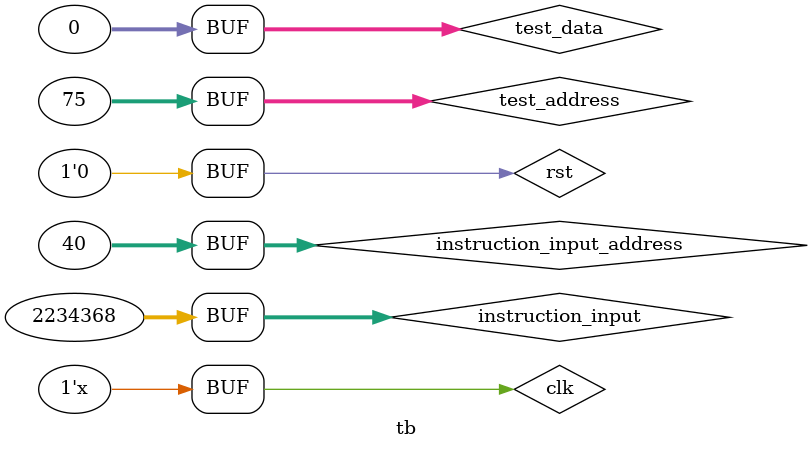
<source format=v>
`timescale 1ns / 1ns
module tb();
reg clk;
reg rst;
reg [31:0] instruction_input;
reg [31:0] instruction_input_address;
reg [31:0] test_address;
reg [31:0] test_data;

datapath dut(.clk(clk),.rst(rst),.instruction_input(instruction_input),.instruction_input_address(instruction_input_address),.test_address(test_address),.test_data(test_data));

always #150 clk = ~clk ;

initial begin
    clk = 1'b0;
    rst = 1'b0;
    #20;
    rst = 1'b1;
    #40;
    test_address = 32'd64;
    test_data = 8'd11;
    #10;
    test_address = 32'd65;
    test_data = 8'd0;
    #10;
    test_address = 32'd66;
    test_data = 8'd0;
    #10;
    test_address = 32'd67;
    test_data = 8'd0;
    #10;
    test_address = 32'd68;
    test_data = 8'd13;
    #10;
    test_address = 32'd69;
    test_data = 8'd0;
    #10;
    test_address = 32'd70;
    test_data = 8'd0;
    #10;
    test_address = 32'd71;
    test_data = 8'd0;
    #10;
    test_address = 32'd72;
    test_data = 8'd17;
    #10;
    test_address = 32'd73;
    test_data = 8'd0;
    #10;
    test_address = 32'd74;
    test_data = 8'd0;
    #10;
    test_address = 32'd75;
    test_data = 8'd0;
  end  

initial begin
#20;    //Instruction 1
//In reg32 we have base address which is zero initially, so adding 64 to it will load address 64's data into reg5
instruction_input_address = 32'd0;       //load word from 64 address of mem into reg5 
instruction_input = 32'b100011__11111__00100__0000000001000000;//rs(i.e reg32) have base address == 0 and offset = 64
                // lw--opcode__rs_____rt_____offset
         
#20;    //Instruction 2
//In reg32 we have base address which is zero initially, so adding 68 to it will load address 68's data into reg2
instruction_input_address = 32'd4;       //load word from 68 address of mem into reg2 
instruction_input = 32'b100011__11111__00001__0000000001000100;//rs(i.e reg32) have base address == 0 and offset = 68
                 // lw--opcode__rs_____rt_____offset

#20;    //Instruction 3
//add reg2 and reg5 data and put result in reg 16
instruction_input_address = 32'd8;       //opcode for R type and function for add = 000000 
instruction_input = 32'b000000__00001__00100__01111_00000_000000;//
                // add--opcode__&rs____&rt____&rd___shamt_aluop  
         
#20;    //Instruction 4
//In reg16 we have base address which is 24, so adding 48 to it will load address 72th data into reg1
instruction_input_address = 32'd12;       //load word from 72 address of mem into reg1 
instruction_input = 32'b100011__01111__00000__0000000000110000;//rs(i.e reg16) have base address == 24 and offset = 48
                 // lw--opcode__&rs_____&rt_____offset

#20;    //Instruction 5
//In reg16 we have base address which is 24, so adding 52 to it will store data of reg16 in address 76th of memory
instruction_input_address = 32'd16;       //store word from reg 16(rt) to 76th address(rs + offset) of mem 
instruction_input = 32'b101011__01111__01111__0000000000110100;//rs(i.e reg16) have base address == 24 and offset = 52
                 // sw--opcode__&rs_____&rt_____offset  


#20;    //Instruction 6
//OR reg5 and reg6 data and put result in reg 6
instruction_input_address = 32'd20;       //opcode for R type and function for OR = 000011 
instruction_input = 32'b000000__00100__00101__00101_00000_000011;//
                // OR--opcode__&rs____&rt____&rd___shamt_aluop 

#20;    //Instruction 7
//In reg16 we have base address which is 24, so adding 40 to it will store data of reg16 in address 64th of memory
instruction_input_address = 32'd24;       //store word from reg 16(rt) to 64th address(rs + offset) of mem 
instruction_input = 32'b101011__01111__00000__0000000000101000;//rs(i.e reg16) have base address == 24 and offset = 40
                // sw--opcode__&rs_____&rt_____offset


#20;    //Instruction 8
//Branch if Equal 
instruction_input_address = 32'd28;     //if register 5th and register 6th are equal branch -32 from current address
instruction_input = 32'b000100__00100__00101__1111111111111000;//
                 // beq-opcode__&rs_____&rt_____offset 

#20;    //Instruction 9
//add register 16 and register 6 data and put result in register 1
instruction_input_address = 32'd32;       //opcode for R type and function for add = 000000 
instruction_input = 32'b000000__01111__00101__00000_00000_000000;//
                // add--opcode__&rs____&rt____&rd___shamt_aluop
          
#20;    //Instruction 10
//Jump to 4th instruction
//it is at 3rd place in word location as 1st instruction is at word location 0 i.e 0,1,2,3)
//We will already be multiplying 3rd loc by 4 (3*4=12) in datapath as our memory is Byte oriented
instruction_input_address = 32'd36;       //Jump to address 12 
instruction_input = 32'b000010__0000000000__0000000000000011;//
                // jump-opcode__offset______________________

#20;    //Instruction 11 This will never be executed as 10th instruction is jump 
//add register 2nd and register 3rd data and put result in register 4th
instruction_input_address = 32'd40;       //opcode for R type and function for add = 000000 
instruction_input = 32'b000000__00001__00010__00011_00000_000000;//
         // add--opcode__&rs____&rt____&rd___shamt_aluop                                                                      

#20; 
rst = 1'b0; 

end  


/*
initial begin
  #40;
    test_address = 32'd64;
    test_data = 8'd4;
  #20
   
//Instruction 1     
instruction_input_address = 32'd0;       
instruction_input = 32'b001111__00000__00010__0000000011111111;
                
         
#20;    //Instruction 2
instruction_input_address = 32'd4;       
instruction_input = 32'b001010__00010__00011__0000000011111110;

#20;    //Instruction 3

instruction_input_address = 32'd8;       
instruction_input = 32'b001010__00000__00011__0000000011111110;
         
#20;    //Instruction 4

instruction_input_address = 32'd12;       
instruction_input = 32'b000000__11111__00011__00000_00010_000101;
                // sll--opcode__&rs____&rt____&rd___shamt_aluop  

#20;  //Instruction 5
instruction_input_address = 32'd16;       //load word from 64 address of mem into reg5 
instruction_input = 32'b100011__11111__00100__0000000001000000;//rs(i.e reg32) have base address == 0 and offset = 64
                
#20;    //Instruction 6

instruction_input_address = 32'd20;       
instruction_input = 32'b000000__00100__11111__00100_00000_000110;
                //  jr--opcode__&rs____&rt____&rd___shamt_aluop   

#70; 
rst = 1'b0; 

end */


endmodule

</source>
